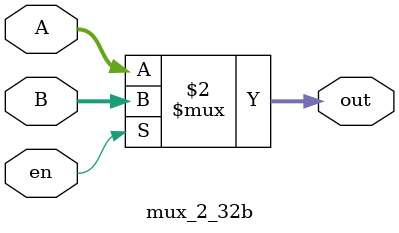
<source format=v>
`timescale 1ns / 1ps
module mux_2_32b(
	input en,
	input [31:0] A, B,	
	output [31:0] out
);
	assign out=(en==0)?A:B;
endmodule


</source>
